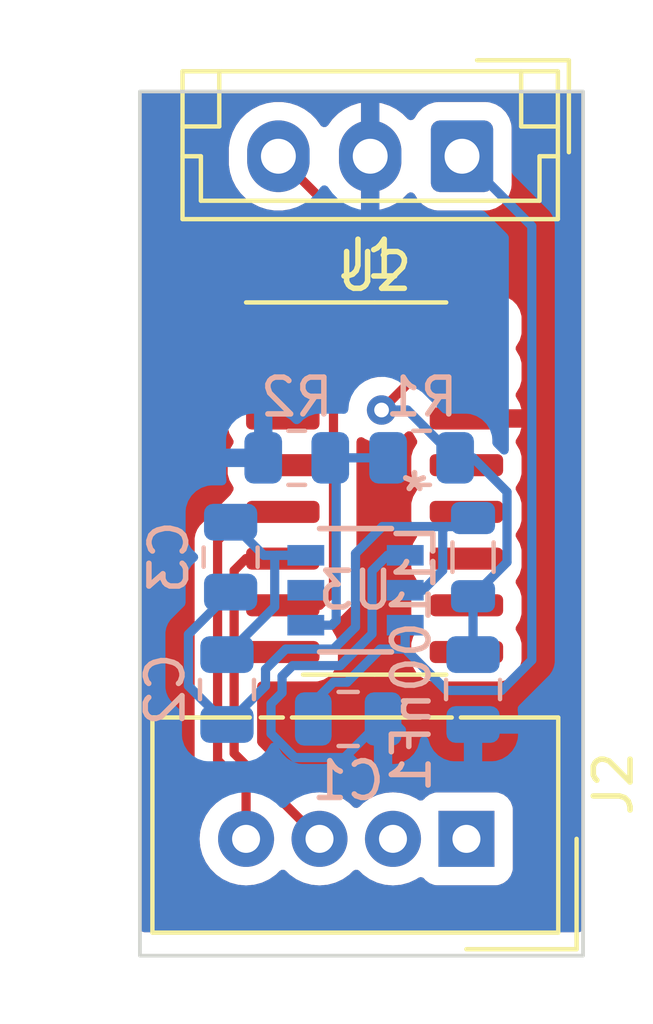
<source format=kicad_pcb>
(kicad_pcb (version 20240108) (generator "pcbnew") (generator_version "8.0")
  (layers (0 "F.Cu" signal) (31 "B.Cu" signal) (34 "B.Paste" user) (35 "F.Paste" user) (36 "B.SilkS" user "B.Silkscreen") (37 "F.SilkS" user "F.Silkscreen") (38 "B.Mask" user) (39 "F.Mask" user) (44 "Edge.Cuts" user))
  (net 0 "")
  (net 1 "GND")
  (net 2 "+5V")
  (net 3 "Net-(U3-BST)")
  (net 4 "/SWIO")
  (net 7 "/Grove2")
  (net 8 "/Grove1")
  (net 9 "Net-(U3-FB)")
  (net 10 "Net-(U1-CSB)")
  (net 11 "Net-(U1-SDI)")
  (net 12 "Net-(U1-SCK)")
  (net 13 "Net-(U1-SDO)")
  (net 14 "+3V3")
  (net 23 "Net-(U3-SW)")
  (footprint "Package_SO:SOP-16_3.9x9.9mm_P1.27mm" (layer "F.Cu") (at 119.42 76.835)
    (property "Reference" "U2" (at 0 -5.9 0) (layer "F.SilkS"))
    (property "Value" "CH32V003AxMx")
    (fp_line (start 0 -5.06) (end -3.5 -5.06) (stroke (width 0.12)) (layer "F.SilkS"))
    (fp_line (start 0 -5.06) (end 1.95 -5.06) (stroke (width 0.12)) (layer "F.SilkS"))
    (fp_line (start 0 5.06) (end -1.95 5.06) (stroke (width 0.12)) (layer "F.SilkS"))
    (fp_line (start 0 5.06) (end 1.95 5.06) (stroke (width 0.12)) (layer "F.SilkS"))
    (pad "1" smd roundrect (at -2.5 -4.445) (size 2 0.6) (layers "F.Cu" "F.Paste" "F.Mask") (net 11 "Net-(U1-SDI)"))
    (pad "2" smd roundrect (at -2.5 -3.175) (size 2 0.6) (layers "F.Cu" "F.Paste" "F.Mask") (net 13 "Net-(U1-SDO)"))
    (pad "3" smd roundrect (at -2.5 -1.905) (size 2 0.6) (layers "F.Cu" "F.Paste" "F.Mask") (net 12 "Net-(U1-SCK)"))
    (pad "4" smd roundrect (at -2.5 -0.635) (size 2 0.6) (layers "F.Cu" "F.Paste" "F.Mask") (net 10 "Net-(U1-CSB)"))
    (pad "5" smd roundrect (at -2.5 0.635) (size 2 0.6) (layers "F.Cu" "F.Paste" "F.Mask") (net 8 "/Grove1"))
    (pad "6" smd roundrect (at -2.5 1.905) (size 2 0.6) (layers "F.Cu" "F.Paste" "F.Mask") (net 7 "/Grove2"))
    (pad "7" smd roundrect (at -2.5 3.175) (size 2 0.6) (layers "F.Cu" "F.Paste" "F.Mask") (net 4 "/SWIO"))
    (pad "8" smd roundrect (at -2.5 4.445) (size 2 0.6) (layers "F.Cu" "F.Paste" "F.Mask"))
    (pad "9" smd roundrect (at 2.5 4.445) (size 2 0.6) (layers "F.Cu" "F.Paste" "F.Mask"))
    (pad "10" smd roundrect (at 2.5 3.175) (size 2 0.6) (layers "F.Cu" "F.Paste" "F.Mask"))
    (pad "11" smd roundrect (at 2.5 1.905) (size 2 0.6) (layers "F.Cu" "F.Paste" "F.Mask"))
    (pad "12" smd roundrect (at 2.5 0.635) (size 2 0.6) (layers "F.Cu" "F.Paste" "F.Mask"))
    (pad "13" smd roundrect (at 2.5 -0.635) (size 2 0.6) (layers "F.Cu" "F.Paste" "F.Mask"))
    (pad "14" smd roundrect (at 2.5 -1.905) (size 2 0.6) (layers "F.Cu" "F.Paste" "F.Mask") (net 1 "GND"))
    (pad "15" smd roundrect (at 2.5 -3.175) (size 2 0.6) (layers "F.Cu" "F.Paste" "F.Mask") (net 14 "+3V3"))
    (pad "16" smd roundrect (at 2.5 -4.445) (size 2 0.6) (layers "F.Cu" "F.Paste" "F.Mask"))
  )
  (footprint "Connector:NS-Tech_Grove_1x04_P2mm_Vertical" (layer "F.Cu") (at 121.92 86.36 -90)
    (property "Reference" "J2" (at -1.5 -4 90) (layer "F.SilkS"))
    (property "Value" "Conn_01x04")
    (fp_line (start -3.3 8.55) (end 2.55 8.55) (stroke (width 0.12)) (layer "F.SilkS"))
    (fp_line (start -3.3 5.9) (end -3.3 8.55) (stroke (width 0.12)) (layer "F.SilkS"))
    (fp_line (start -3.3 5) (end -3.3 5.6) (stroke (width 0.12)) (layer "F.SilkS"))
    (fp_line (start -3.3 1.25) (end -3.3 4.75) (stroke (width 0.12)) (layer "F.SilkS"))
    (fp_line (start -3.3 0.4) (end -3.3 1) (stroke (width 0.12)) (layer "F.SilkS"))
    (fp_line (start -3.3 -2.5) (end -3.3 0.15) (stroke (width 0.12)) (layer "F.SilkS"))
    (fp_line (start -3.3 -2.5) (end 2.55 -2.5) (stroke (width 0.12)) (layer "F.SilkS"))
    (fp_line (start 2.55 -2.5) (end 2.55 8.55) (stroke (width 0.12)) (layer "F.SilkS"))
    (fp_line (start 0 -3) (end 3 -3) (stroke (width 0.12)) (layer "F.SilkS"))
    (fp_line (start 3 -3) (end 3 0) (stroke (width 0.12)) (layer "F.SilkS"))
    (pad "1" thru_hole rect (at 0 0 270) (size 1.524 1.524) (drill 0.762) (layers "*.Cu" "*.Mask"))
    (pad "2" thru_hole circle (at 0 2 270) (size 1.524 1.524) (drill 0.762) (layers "*.Cu" "*.Mask"))
    (pad "3" thru_hole circle (at 0 4 270) (size 1.524 1.524) (drill 0.762) (layers "*.Cu" "*.Mask") (net 7 "/Grove2"))
    (pad "4" thru_hole circle (at 0 6 270) (size 1.524 1.524) (drill 0.762) (layers "*.Cu" "*.Mask") (net 8 "/Grove1"))
  )
  (footprint "Connector_JST:JST_EH_B3B-EH-A_1x03_P2.50mm_Vertical" (layer "F.Cu") (at 121.8 67.8 180)
    (property "Reference" "J1" (at 2.5 -2.8 0) (layer "F.SilkS"))
    (property "Value" "Conn_01x03")
    (fp_line (start 7.61 2.31) (end 7.61 -1.71) (stroke (width 0.12)) (layer "F.SilkS"))
    (fp_line (start 7.61 0.81) (end 6.61 0.81) (stroke (width 0.12)) (layer "F.SilkS"))
    (fp_line (start 7.61 -1.71) (end -2.61 -1.71) (stroke (width 0.12)) (layer "F.SilkS"))
    (fp_line (start 7.11 0) (end 7.61 0) (stroke (width 0.12)) (layer "F.SilkS"))
    (fp_line (start 7.11 -1.21) (end 7.11 0) (stroke (width 0.12)) (layer "F.SilkS"))
    (fp_line (start 6.61 0.81) (end 6.61 2.31) (stroke (width 0.12)) (layer "F.SilkS"))
    (fp_line (start -1.61 0.81) (end -1.61 2.31) (stroke (width 0.12)) (layer "F.SilkS"))
    (fp_line (start -2.11 0) (end -2.11 -1.21) (stroke (width 0.12)) (layer "F.SilkS"))
    (fp_line (start -2.11 -1.21) (end 7.11 -1.21) (stroke (width 0.12)) (layer "F.SilkS"))
    (fp_line (start -2.61 2.31) (end 7.61 2.31) (stroke (width 0.12)) (layer "F.SilkS"))
    (fp_line (start -2.61 0.81) (end -1.61 0.81) (stroke (width 0.12)) (layer "F.SilkS"))
    (fp_line (start -2.61 0) (end -2.11 0) (stroke (width 0.12)) (layer "F.SilkS"))
    (fp_line (start -2.61 -1.71) (end -2.61 2.31) (stroke (width 0.12)) (layer "F.SilkS"))
    (fp_line (start -2.91 2.61) (end -0.41 2.61) (stroke (width 0.12)) (layer "F.SilkS"))
    (fp_line (start -2.91 0.11) (end -2.91 2.61) (stroke (width 0.12)) (layer "F.SilkS"))
    (pad "1" thru_hole roundrect (at 0 0 180) (size 1.7 1.95) (drill 0.95) (layers "*.Cu" "*.Mask") (roundrect_rratio 0.147059) (net 2 "+5V"))
    (pad "2" thru_hole oval (at 2.5 0 180) (size 1.7 1.95) (drill 0.95) (layers "*.Cu" "*.Mask") (net 1 "GND"))
    (pad "3" thru_hole oval (at 5 0 180) (size 1.7 1.95) (drill 0.95) (layers "*.Cu" "*.Mask") (net 4 "/SWIO"))
  )
  (footprint "asd:TSOT26STANDARD_DIO" (layer "B.Cu") (at 118.9 79.6 180)
    (property "Reference" "U3" (at 0 0 0) (layer "B.SilkS") (effects (justify mirror)))
    (property "Value" "AP62250WU-7")
    (fp_line (start 0.9779 -1.6764) (end -0.9779 -1.6764) (stroke (width 0.1524)) (layer "B.SilkS"))
    (fp_line (start -0.9779 1.6764) (end 0.9779 1.6764) (stroke (width 0.1524)) (layer "B.SilkS"))
    (fp_text user "*" (at -1.60655 2.6518 180) (layer "B.SilkS") (effects (justify mirror)))
    (fp_text user "*" (at -1.60655 2.6518 0) (layer "B.SilkS") (effects (justify mirror)))
    (pad "1" smd rect (at -1.35255 0.950001 180) (size 1.0033 0.5588) (layers "B.Cu" "B.Paste" "B.Mask") (net 1 "GND"))
    (pad "2" smd rect (at -1.35255 0 180) (size 1.0033 0.5588) (layers "B.Cu" "B.Paste" "B.Mask") (net 23 "Net-(U3-SW)"))
    (pad "3" smd rect (at -1.35255 -0.950001 180) (size 1.0033 0.5588) (layers "B.Cu" "B.Paste" "B.Mask") (net 2 "+5V"))
    (pad "4" smd rect (at 1.35255 -0.950001 180) (size 1.0033 0.5588) (layers "B.Cu" "B.Paste" "B.Mask") (net 9 "Net-(U3-FB)"))
    (pad "5" smd rect (at 1.35255 0 180) (size 1.0033 0.5588) (layers "B.Cu" "B.Paste" "B.Mask"))
    (pad "6" smd rect (at 1.35255 0.950001 180) (size 1.0033 0.5588) (layers "B.Cu" "B.Paste" "B.Mask") (net 3 "Net-(U3-BST)"))
  )
  (footprint "Capacitor_SMD:C_0805_2012Metric" (layer "B.Cu") (at 115.4 82.3 -90)
    (property "Reference" "C2" (at 0 1.68 90) (layer "B.SilkS") (effects (justify mirror)))
    (property "Value" "22uF")
    (fp_line (start -0.261252 0.735) (end 0.261252 0.735) (stroke (width 0.12)) (layer "B.SilkS"))
    (fp_line (start -0.261252 -0.735) (end 0.261252 -0.735) (stroke (width 0.12)) (layer "B.SilkS"))
    (pad "1" smd roundrect (at -0.95 0 270) (size 1 1.45) (layers "B.Cu" "B.Paste" "B.Mask") (net 3 "Net-(U3-BST)"))
    (pad "2" smd roundrect (at 0.95 0 270) (size 1 1.45) (layers "B.Cu" "B.Paste" "B.Mask") (net 23 "Net-(U3-SW)"))
  )
  (footprint "Resistor_SMD:R_0805_2012Metric" (layer "B.Cu") (at 120.7 76 180)
    (property "Reference" "R1" (at 0 1.65 180) (layer "B.SilkS") (effects (justify mirror)))
    (property "Value" "31.6k")
    (fp_line (start -0.227064 0.735) (end 0.227064 0.735) (stroke (width 0.12)) (layer "B.SilkS"))
    (fp_line (start -0.227064 -0.735) (end 0.227064 -0.735) (stroke (width 0.12)) (layer "B.SilkS"))
    (pad "1" smd roundrect (at -0.9125 0 180) (size 1.025 1.4) (layers "B.Cu" "B.Paste" "B.Mask") (roundrect_rratio 0.243902) (net 14 "+3V3"))
    (pad "2" smd roundrect (at 0.9125 0 180) (size 1.025 1.4) (layers "B.Cu" "B.Paste" "B.Mask") (roundrect_rratio 0.243902) (net 9 "Net-(U3-FB)"))
  )
  (footprint "Capacitor_SMD:C_0805_2012Metric" (layer "B.Cu") (at 115.5 78.7 -90)
    (property "Reference" "C3" (at 0 1.68 90) (layer "B.SilkS") (effects (justify mirror)))
    (property "Value" "22uF")
    (fp_line (start 0.261252 0.735) (end -0.261252 0.735) (stroke (width 0.12)) (layer "B.SilkS"))
    (fp_line (start 0.261252 -0.735) (end -0.261252 -0.735) (stroke (width 0.12)) (layer "B.SilkS"))
    (pad "1" smd roundrect (at -0.95 0 270) (size 1 1.45) (layers "B.Cu" "B.Paste" "B.Mask") (net 3 "Net-(U3-BST)"))
    (pad "2" smd roundrect (at 0.95 0 270) (size 1 1.45) (layers "B.Cu" "B.Paste" "B.Mask") (net 23 "Net-(U3-SW)"))
  )
  (footprint "Inductor_SMD:L_0805_2012Metric" (layer "B.Cu") (at 122.1 78.7 -90)
    (property "Reference" "L1" (at 0 1.55 90) (layer "B.SilkS") (effects (justify mirror)))
    (property "Value" "2.2uH")
    (fp_line (start -0.399622 0.56) (end 0.399622 0.56) (stroke (width 0.12)) (layer "B.SilkS"))
    (fp_line (start -0.399622 -0.56) (end 0.399622 -0.56) (stroke (width 0.12)) (layer "B.SilkS"))
    (pad "1" smd roundrect (at -1.0625 0 270) (size 0.875 1.2) (layers "B.Cu" "B.Paste" "B.Mask") (net 23 "Net-(U3-SW)"))
    (pad "2" smd roundrect (at 1.0625 0 270) (size 0.875 1.2) (layers "B.Cu" "B.Paste" "B.Mask") (net 14 "+3V3"))
  )
  (footprint "Capacitor_SMD:C_0805_2012Metric" (layer "B.Cu") (at 118.7 83.1)
    (property "Reference" "C1" (at 0 1.68 0) (layer "B.SilkS") (effects (justify mirror)))
    (property "Value" "10uF")
    (fp_line (start -0.261252 -0.735) (end 0.261252 -0.735) (stroke (width 0.12)) (layer "B.SilkS"))
    (fp_line (start -0.261252 0.735) (end 0.261252 0.735) (stroke (width 0.12)) (layer "B.SilkS"))
    (pad "1" smd roundrect (at -0.95 0) (size 1 1.45) (layers "B.Cu" "B.Paste" "B.Mask") (net 2 "+5V"))
    (pad "2" smd roundrect (at 0.95 0) (size 1 1.45) (layers "B.Cu" "B.Paste" "B.Mask") (net 1 "GND"))
  )
  (footprint "Capacitor_SMD:C_0805_2012Metric" (layer "B.Cu") (at 122.1 82.3 -90)
    (property "Reference" "100nF1" (at 0 1.68 90) (layer "B.SilkS") (effects (justify mirror)))
    (property "Value" "10uF")
    (fp_line (start -0.261252 0.735) (end 0.261252 0.735) (stroke (width 0.12)) (layer "B.SilkS"))
    (fp_line (start -0.261252 -0.735) (end 0.261252 -0.735) (stroke (width 0.12)) (layer "B.SilkS"))
    (pad "1" smd roundrect (at -0.95 0 270) (size 1 1.45) (layers "B.Cu" "B.Paste" "B.Mask") (net 14 "+3V3"))
    (pad "2" smd roundrect (at 0.95 0 270) (size 1 1.45) (layers "B.Cu" "B.Paste" "B.Mask") (net 1 "GND"))
  )
  (footprint "Resistor_SMD:R_0805_2012Metric" (layer "B.Cu") (at 117.3 76 180)
    (property "Reference" "R2" (at 0 1.65 180) (layer "B.SilkS") (effects (justify mirror)))
    (property "Value" "10k")
    (fp_line (start -0.227064 0.735) (end 0.227064 0.735) (stroke (width 0.12)) (layer "B.SilkS"))
    (fp_line (start -0.227064 -0.735) (end 0.227064 -0.735) (stroke (width 0.12)) (layer "B.SilkS"))
    (pad "1" smd roundrect (at -0.9125 0 180) (size 1.025 1.4) (layers "B.Cu" "B.Paste" "B.Mask") (roundrect_rratio 0.243902) (net 9 "Net-(U3-FB)"))
    (pad "2" smd roundrect (at 0.9125 0 180) (size 1.025 1.4) (layers "B.Cu" "B.Paste" "B.Mask") (roundrect_rratio 0.243902) (net 1 "GND"))
  )
  (gr_rect (start 113.03 66.04) (end 125.095 89.535) (stroke (width 0.1)) (fill none) (layer "Edge.Cuts"))
  (segment (start 119.85 83.1) (end 120.15 83.4) (width 0.25) (layer "B.Cu") (net 1))
  (segment (start 117.186396 81.65) (end 116.9 81.936396) (width 0.25) (layer "B.Cu") (net 1))
  (segment (start 116.6 82.686396) (end 116.6 83.5) (width 0.25) (layer "B.Cu") (net 1))
  (segment (start 116.9 82.386396) (end 116.6 82.686396) (width 0.25) (layer "B.Cu") (net 1))
  (segment (start 119.35 79.0715) (end 119.35 80.786396) (width 0.25) (layer "B.Cu") (net 1))
  (segment (start 116.9 81.936396) (end 116.9 82.386396) (width 0.25) (layer "B.Cu") (net 1))
  (segment (start 119.771501 78.649999) (end 119.35 79.0715) (width 0.25) (layer "B.Cu") (net 1))
  (segment (start 117.25 84.15) (end 118.6 84.15) (width 0.25) (layer "B.Cu") (net 1))
  (segment (start 118.6 84.15) (end 119.65 83.1) (width 0.25) (layer "B.Cu") (net 1))
  (segment (start 120.25255 78.649999) (end 119.771501 78.649999) (width 0.25) (layer "B.Cu") (net 1))
  (segment (start 119.35 80.786396) (end 118.486396 81.65) (width 0.25) (layer "B.Cu") (net 1))
  (segment (start 116.6 83.5) (end 117.25 84.15) (width 0.25) (layer "B.Cu") (net 1))
  (segment (start 119.65 83.1) (end 119.85 83.1) (width 0.25) (layer "B.Cu") (net 1))
  (segment (start 118.486396 81.65) (end 117.186396 81.65) (width 0.25) (layer "B.Cu") (net 1))
  (segment (start 123.7 69.7) (end 123.7 81.5) (width 0.25) (layer "B.Cu") (net 2))
  (segment (start 119.572792 81.2) (end 118.672792 82.1) (width 0.25) (layer "B.Cu") (net 2))
  (segment (start 121.8 67.8) (end 123.7 69.7) (width 0.25) (layer "B.Cu") (net 2))
  (segment (start 120.25255 81.19765) (end 120.25255 80.550001) (width 0.25) (layer "B.Cu") (net 2))
  (segment (start 121.3799 82.325) (end 120.25255 81.19765) (width 0.25) (layer "B.Cu") (net 2))
  (segment (start 120.25255 81.2) (end 119.572792 81.2) (width 0.25) (layer "B.Cu") (net 2))
  (segment (start 118.672792 82.1) (end 118.3 82.1) (width 0.25) (layer "B.Cu") (net 2))
  (segment (start 120.25255 80.550001) (end 120.25255 81.2) (width 0.25) (layer "B.Cu") (net 2))
  (segment (start 117.75 82.65) (end 117.75 83.1) (width 0.25) (layer "B.Cu") (net 2))
  (segment (start 118.3 82.1) (end 117.75 82.65) (width 0.25) (layer "B.Cu") (net 2))
  (segment (start 122.875 82.325) (end 121.3799 82.325) (width 0.25) (layer "B.Cu") (net 2))
  (segment (start 123.7 81.5) (end 122.875 82.325) (width 0.25) (layer "B.Cu") (net 2))
  (segment (start 115.5 77.75) (end 116.399999 78.649999) (width 0.25) (layer "B.Cu") (net 3))
  (segment (start 116.750001 78.649999) (end 117.54745 78.649999) (width 0.25) (layer "B.Cu") (net 3))
  (segment (start 116.7 78.7) (end 116.750001 78.649999) (width 0.25) (layer "B.Cu") (net 3))
  (segment (start 116.7 80.05) (end 116.7 78.7) (width 0.25) (layer "B.Cu") (net 3))
  (segment (start 115.4 81.35) (end 116.7 80.05) (width 0.25) (layer "B.Cu") (net 3))
  (segment (start 116.399999 78.649999) (end 117.54745 78.649999) (width 0.25) (layer "B.Cu") (net 3))
  (segment (start 118.3 79.629999) (end 118.3 69.3) (width 0.25) (layer "F.Cu") (net 4))
  (segment (start 116.92 80.01) (end 117.919999 80.01) (width 0.25) (layer "F.Cu") (net 4))
  (segment (start 117.919999 80.01) (end 118.3 79.629999) (width 0.25) (layer "F.Cu") (net 4))
  (segment (start 118.3 69.3) (end 116.8 67.8) (width 0.25) (layer "F.Cu") (net 4))
  (segment (start 115.920001 78.74) (end 115.595 79.065001) (width 0.25) (layer "F.Cu") (net 7))
  (segment (start 115.595 79.065001) (end 115.595 84.035) (width 0.25) (layer "F.Cu") (net 7))
  (segment (start 115.595 84.035) (end 117.92 86.36) (width 0.25) (layer "F.Cu") (net 7))
  (segment (start 116.92 78.74) (end 115.920001 78.74) (width 0.25) (layer "F.Cu") (net 7))
  (segment (start 115.920001 77.47) (end 115.145 78.245001) (width 0.25) (layer "F.Cu") (net 8))
  (segment (start 115.145 78.245001) (end 115.145 84.221396) (width 0.25) (layer "F.Cu") (net 8))
  (segment (start 115.145 84.221396) (end 115.92 84.996396) (width 0.25) (layer "F.Cu") (net 8))
  (segment (start 116.92 77.47) (end 115.920001 77.47) (width 0.25) (layer "F.Cu") (net 8))
  (segment (start 115.92 84.996396) (end 115.92 86.36) (width 0.25) (layer "F.Cu") (net 8))
  (segment (start 118.249999 80.550001) (end 117.54745 80.550001) (width 0.25) (layer "B.Cu") (net 9))
  (segment (start 118.3741 76.1616) (end 118.3741 80.4259) (width 0.25) (layer "B.Cu") (net 9))
  (segment (start 118.3741 80.4259) (end 118.249999 80.550001) (width 0.25) (layer "B.Cu") (net 9))
  (segment (start 118.2125 76) (end 119.7875 76) (width 0.25) (layer "B.Cu") (net 9))
  (segment (start 118.2125 76) (end 118.3741 76.1616) (width 0.25) (layer "B.Cu") (net 9))
  (segment (start 120.649508 73.66) (end 119.609508 74.7) (width 0.25) (layer "F.Cu") (net 14))
  (segment (start 121.92 73.66) (end 120.649508 73.66) (width 0.25) (layer "F.Cu") (net 14))
  (via (at 119.609508 74.7) (size 0.8) (drill 0.4) (layers "F.Cu" "B.Cu") (net 14))
  (segment (start 119.609508 74.7) (end 120.3125 74.7) (width 0.25) (layer "B.Cu") (net 14))
  (segment (start 122.1 81.35) (end 122.1 79.7625) (width 0.25) (layer "B.Cu") (net 14))
  (segment (start 123.025 78.8375) (end 122.1 79.7625) (width 0.25) (layer "B.Cu") (net 14))
  (segment (start 120.3125 74.7) (end 121.6125 76) (width 0.25) (layer "B.Cu") (net 14))
  (segment (start 122.1 76) (end 123.025 76.925) (width 0.25) (layer "B.Cu") (net 14))
  (segment (start 121.6125 76) (end 122.1 76) (width 0.25) (layer "B.Cu") (net 14))
  (segment (start 123.025 76.925) (end 123.025 78.8375) (width 0.25) (layer "B.Cu") (net 14))
  (segment (start 118.9 78.6) (end 118.9 80.6) (width 0.25) (layer "B.Cu") (net 23))
  (segment (start 121.86875 77.86875) (end 122.1 77.6375) (width 0.25) (layer "B.Cu") (net 23))
  (segment (start 121.36875 77.86875) (end 119.63125 77.86875) (width 0.25) (layer "B.Cu") (net 23))
  (segment (start 118.9 80.6) (end 118.3 81.2) (width 0.25) (layer "B.Cu") (net 23))
  (segment (start 116.45 81.75) (end 116.45 82.2) (width 0.25) (layer "B.Cu") (net 23))
  (segment (start 115.5 79.65) (end 114.35 80.8) (width 0.25) (layer "B.Cu") (net 23))
  (segment (start 121.36875 77.86875) (end 121.86875 77.86875) (width 0.25) (layer "B.Cu") (net 23))
  (segment (start 120.25255 79.6) (end 120.733599 79.6) (width 0.25) (layer "B.Cu") (net 23))
  (segment (start 118.3 81.2) (end 117 81.2) (width 0.25) (layer "B.Cu") (net 23))
  (segment (start 116.45 82.2) (end 115.4 83.25) (width 0.25) (layer "B.Cu") (net 23))
  (segment (start 119.63125 77.86875) (end 118.9 78.6) (width 0.25) (layer "B.Cu") (net 23))
  (segment (start 114.35 82.2) (end 115.4 83.25) (width 0.25) (layer "B.Cu") (net 23))
  (segment (start 114.35 80.8) (end 114.35 82.2) (width 0.25) (layer "B.Cu") (net 23))
  (segment (start 120.733599 79.6) (end 121.275 79.058599) (width 0.25) (layer "B.Cu") (net 23))
  (segment (start 121.275 77.9625) (end 121.36875 77.86875) (width 0.25) (layer "B.Cu") (net 23))
  (segment (start 117 81.2) (end 116.45 81.75) (width 0.25) (layer "B.Cu") (net 23))
  (segment (start 121.275 79.058599) (end 121.275 77.9625) (width 0.25) (layer "B.Cu") (net 23))
  (zone (net 1) (net_name "GND") (layers "F&B.Cu") (connect_pads (clearance 0.5)) (min_thickness 0.25) (fill yes (thermal_gap 0.5) (thermal_bridge_width 0.5))
    (polygon (pts (xy 109.22 66.04) (xy 127 66.04) (xy 127 88.9) (xy 111.76 88.9)))
  )
)
</source>
